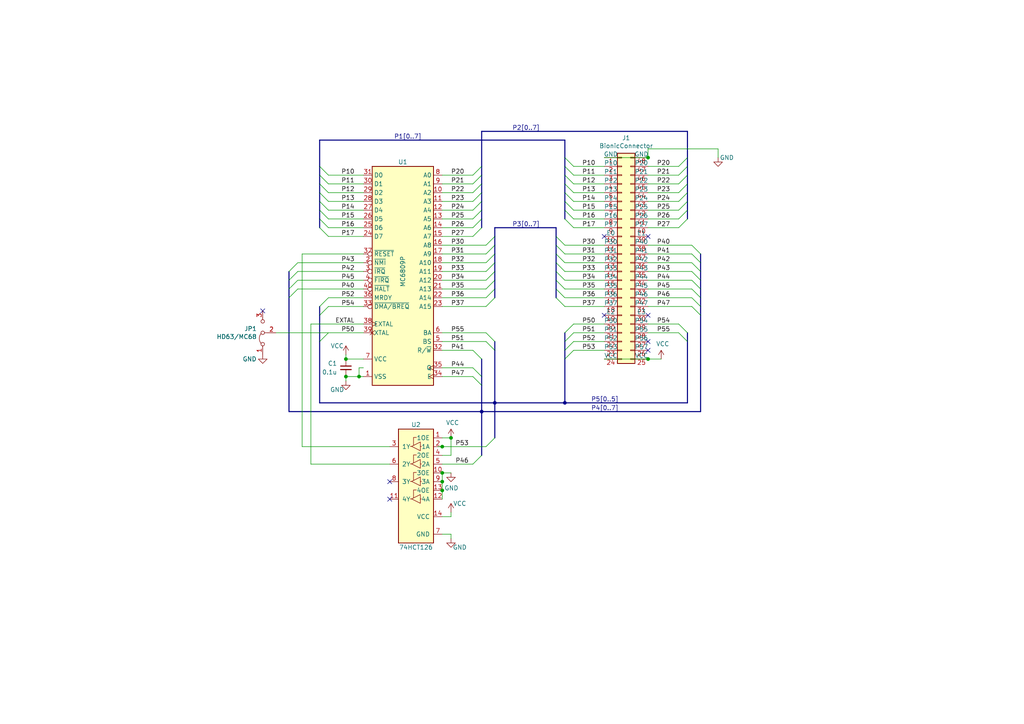
<source format=kicad_sch>
(kicad_sch (version 20211123) (generator eeschema)
  (paper "A4")
  (title_block (title "BionicMC6809 Mezzanine") (date "2022-01-18") (rev "3") (company "Tadashi G. Takaoka"))
  (lib_symbols
    (symbol "0-LocalLibrary:74HCT126" (pin_names (offset 1.016))
      (property "Reference" "U" (at 0 16.51 0))
      (property "Value" "74HCT126" (at 0 -19.05 0))
      (symbol "74HCT126_0_1"
        (polyline (pts (xy -1.2954 10.2108) (xy -1.6002 10.2108)))
        (polyline (pts (xy 1.2954 10.2362) (xy 1.651 10.2362)))
        (polyline (pts (xy 0.7112 10.5664) (xy 0.7112 12.827) (xy -0.127 12.827) (xy -0.1016 12.827)))
      )
      (symbol "74HCT126_1_0"
        (polyline (pts (xy 1.27 10.2362) (xy -1.27 11.5062) (xy -1.27 8.9662) (xy 1.27 10.2362)) (stroke (width 0.1524)))
        (pin input line (at -7.62 12.7 0) (length 2.54) (name "1OE") (number "1"))
        (pin input line (at -7.62 2.54 0) (length 2.54) (name "3OE") (number "10"))
        (pin tri_state line (at 7.62 -5.08 180) (length 2.54) (name "4Y") (number "11"))
        (pin input line (at -7.62 -5.08 0) (length 2.54) (name "4A") (number "12"))
        (pin input line (at -7.62 -2.54 0) (length 2.54) (name "4OE") (number "13"))
        (pin power_in line (at -7.62 -10.16 0) (length 2.54) (name "VCC") (number "14"))
        (pin input line (at -7.62 10.16 0) (length 2.54) (name "1A") (number "2"))
        (pin tri_state line (at 7.62 10.16 180) (length 2.54) (name "1Y") (number "3"))
        (pin input line (at -7.62 7.62 0) (length 2.54) (name "2OE") (number "4"))
        (pin input line (at -7.62 5.08 0) (length 2.54) (name "2A") (number "5"))
        (pin tri_state line (at 7.62 5.08 180) (length 2.54) (name "2Y") (number "6"))
        (pin power_in line (at -7.62 -15.24 0) (length 2.54) (name "GND") (number "7"))
        (pin tri_state line (at 7.62 0 180) (length 2.54) (name "3Y") (number "8"))
        (pin input line (at -7.62 0 0) (length 2.54) (name "3A") (number "9"))
      )
      (symbol "74HCT126_1_1"
        (rectangle (start -5.08 15.24) (end 5.08 -17.78) (stroke (width 0.254)) (fill (type background)))
        (polyline (pts (xy -1.2954 -5.0292) (xy -1.6002 -5.0292)))
        (polyline (pts (xy -1.2954 0.0508) (xy -1.6002 0.0508)))
        (polyline (pts (xy -1.2954 5.1308) (xy -1.6002 5.1308)))
        (polyline (pts (xy 1.2954 -5.0038) (xy 1.651 -5.0038)))
        (polyline (pts (xy 1.2954 0.0762) (xy 1.651 0.0762)))
        (polyline (pts (xy 1.2954 5.1562) (xy 1.651 5.1562)))
        (polyline (pts (xy 0.7112 -4.6736) (xy 0.7112 -2.413) (xy -0.127 -2.413) (xy -0.1016 -2.413)))
        (polyline (pts (xy 0.7112 0.4064) (xy 0.7112 2.667) (xy -0.127 2.667) (xy -0.1016 2.667)))
        (polyline (pts (xy 0.7112 5.4864) (xy 0.7112 7.747) (xy -0.127 7.747) (xy -0.1016 7.747)))
        (polyline (pts (xy 1.27 -5.0038) (xy -1.27 -3.7338) (xy -1.27 -6.2738) (xy 1.27 -5.0038)) (stroke (width 0.1524)))
        (polyline (pts (xy 1.27 0.0762) (xy -1.27 1.3462) (xy -1.27 -1.1938) (xy 1.27 0.0762)) (stroke (width 0.1524)))
        (polyline (pts (xy 1.27 5.1562) (xy -1.27 6.4262) (xy -1.27 3.8862) (xy 1.27 5.1562)) (stroke (width 0.1524)))
      )
    )
    (symbol "0-LocalLibrary:BionicConnector" (pin_names (offset 0))
      (property "Reference" "J" (at 1.27 30.48 0))
      (property "Value" "BionicConnector" (at 3.81 33.02 0))
      (symbol "BionicConnector_1_1"
        (rectangle (start -1.27 -30.353) (end 0 -30.607) (stroke (width 0.1524)))
        (rectangle (start -1.27 -27.813) (end 0 -28.067) (stroke (width 0.1524)))
        (rectangle (start -1.27 -25.273) (end 0 -25.527) (stroke (width 0.1524)))
        (rectangle (start -1.27 -22.733) (end 0 -22.987) (stroke (width 0.1524)))
        (rectangle (start -1.27 -20.193) (end 0 -20.447) (stroke (width 0.1524)))
        (rectangle (start -1.27 -17.653) (end 0 -17.907) (stroke (width 0.1524)))
        (rectangle (start -1.27 -15.113) (end 0 -15.367) (stroke (width 0.1524)))
        (rectangle (start -1.27 -12.573) (end 0 -12.827) (stroke (width 0.1524)))
        (rectangle (start -1.27 -10.033) (end 0 -10.287) (stroke (width 0.1524)))
        (rectangle (start -1.27 -7.493) (end 0 -7.747) (stroke (width 0.1524)))
        (rectangle (start -1.27 -4.953) (end 0 -5.207) (stroke (width 0.1524)))
        (rectangle (start -1.27 -2.413) (end 0 -2.667) (stroke (width 0.1524)))
        (rectangle (start -1.27 0.127) (end 0 -0.127) (stroke (width 0.1524)))
        (rectangle (start -1.27 2.667) (end 0 2.413) (stroke (width 0.1524)))
        (rectangle (start -1.27 5.207) (end 0 4.953) (stroke (width 0.1524)))
        (rectangle (start -1.27 7.747) (end 0 7.493) (stroke (width 0.1524)))
        (rectangle (start -1.27 10.287) (end 0 10.033) (stroke (width 0.1524)))
        (rectangle (start -1.27 12.827) (end 0 12.573) (stroke (width 0.1524)))
        (rectangle (start -1.27 15.367) (end 0 15.113) (stroke (width 0.1524)))
        (rectangle (start -1.27 17.907) (end 0 17.653) (stroke (width 0.1524)))
        (rectangle (start -1.27 20.447) (end 0 20.193) (stroke (width 0.1524)))
        (rectangle (start -1.27 22.987) (end 0 22.733) (stroke (width 0.1524)))
        (rectangle (start -1.27 25.527) (end 0 25.273) (stroke (width 0.1524)))
        (rectangle (start -1.27 28.067) (end 0 27.813) (stroke (width 0.1524)))
        (rectangle (start -1.27 29.21) (end 3.81 -31.75) (stroke (width 0.254)) (fill (type background)))
        (rectangle (start 3.81 -30.353) (end 2.54 -30.607) (stroke (width 0.1524)))
        (rectangle (start 3.81 -27.813) (end 2.54 -28.067) (stroke (width 0.1524)))
        (rectangle (start 3.81 -25.273) (end 2.54 -25.527) (stroke (width 0.1524)))
        (rectangle (start 3.81 -22.733) (end 2.54 -22.987) (stroke (width 0.1524)))
        (rectangle (start 3.81 -20.193) (end 2.54 -20.447) (stroke (width 0.1524)))
        (rectangle (start 3.81 -17.653) (end 2.54 -17.907) (stroke (width 0.1524)))
        (rectangle (start 3.81 -15.113) (end 2.54 -15.367) (stroke (width 0.1524)))
        (rectangle (start 3.81 -12.573) (end 2.54 -12.827) (stroke (width 0.1524)))
        (rectangle (start 3.81 -10.033) (end 2.54 -10.287) (stroke (width 0.1524)))
        (rectangle (start 3.81 -7.493) (end 2.54 -7.747) (stroke (width 0.1524)))
        (rectangle (start 3.81 -4.953) (end 2.54 -5.207) (stroke (width 0.1524)))
        (rectangle (start 3.81 -2.413) (end 2.54 -2.667) (stroke (width 0.1524)))
        (rectangle (start 3.81 0.127) (end 2.54 -0.127) (stroke (width 0.1524)))
        (rectangle (start 3.81 2.667) (end 2.54 2.413) (stroke (width 0.1524)))
        (rectangle (start 3.81 5.207) (end 2.54 4.953) (stroke (width 0.1524)))
        (rectangle (start 3.81 7.747) (end 2.54 7.493) (stroke (width 0.1524)))
        (rectangle (start 3.81 10.287) (end 2.54 10.033) (stroke (width 0.1524)))
        (rectangle (start 3.81 12.827) (end 2.54 12.573) (stroke (width 0.1524)))
        (rectangle (start 3.81 15.367) (end 2.54 15.113) (stroke (width 0.1524)))
        (rectangle (start 3.81 17.907) (end 2.54 17.653) (stroke (width 0.1524)))
        (rectangle (start 3.81 20.447) (end 2.54 20.193) (stroke (width 0.1524)))
        (rectangle (start 3.81 22.987) (end 2.54 22.733) (stroke (width 0.1524)))
        (rectangle (start 3.81 25.527) (end 2.54 25.273) (stroke (width 0.1524)))
        (rectangle (start 3.81 28.067) (end 2.54 27.813) (stroke (width 0.1524)))
        (pin power_out line (at -5.08 27.94 0) (length 3.81) (name "GND") (number "1"))
        (pin bidirectional line (at -5.08 5.08 0) (length 3.81) (name "E0") (number "10"))
        (pin bidirectional line (at -5.08 2.54 0) (length 3.81) (name "P30") (number "11"))
        (pin bidirectional line (at -5.08 0 0) (length 3.81) (name "P31") (number "12"))
        (pin bidirectional line (at -5.08 -2.54 0) (length 3.81) (name "P32") (number "13"))
        (pin bidirectional line (at -5.08 -5.08 0) (length 3.81) (name "P33") (number "14"))
        (pin bidirectional line (at -5.08 -7.62 0) (length 3.81) (name "P34") (number "15"))
        (pin bidirectional line (at -5.08 -10.16 0) (length 3.81) (name "P35") (number "16"))
        (pin bidirectional line (at -5.08 -12.7 0) (length 3.81) (name "P36") (number "17"))
        (pin bidirectional line (at -5.08 -15.24 0) (length 3.81) (name "P37") (number "18"))
        (pin bidirectional line (at -5.08 -17.78 0) (length 3.81) (name "E2") (number "19"))
        (pin bidirectional line (at -5.08 25.4 0) (length 3.81) (name "P10") (number "2"))
        (pin bidirectional line (at -5.08 -20.32 0) (length 3.81) (name "P50") (number "20"))
        (pin bidirectional line (at -5.08 -22.86 0) (length 3.81) (name "P51") (number "21"))
        (pin bidirectional line (at -5.08 -25.4 0) (length 3.81) (name "P52") (number "22"))
        (pin bidirectional line (at -5.08 -27.94 0) (length 3.81) (name "P53") (number "23"))
        (pin power_out line (at -5.08 -30.48 0) (length 3.81) (name "VCC") (number "24"))
        (pin power_in line (at 7.62 -30.48 180) (length 3.81) (name "VCC") (number "25"))
        (pin bidirectional line (at 7.62 -27.94 180) (length 3.81) (name "P57") (number "26"))
        (pin bidirectional line (at 7.62 -25.4 180) (length 3.81) (name "P56") (number "27"))
        (pin bidirectional line (at 7.62 -22.86 180) (length 3.81) (name "P55") (number "28"))
        (pin bidirectional line (at 7.62 -20.32 180) (length 3.81) (name "P54") (number "29"))
        (pin bidirectional line (at -5.08 22.86 0) (length 3.81) (name "P11") (number "3"))
        (pin bidirectional line (at 7.62 -17.78 180) (length 3.81) (name "E3") (number "30"))
        (pin bidirectional line (at 7.62 -15.24 180) (length 3.81) (name "P47") (number "31"))
        (pin bidirectional line (at 7.62 -12.7 180) (length 3.81) (name "P46") (number "32"))
        (pin bidirectional line (at 7.62 -10.16 180) (length 3.81) (name "P45") (number "33"))
        (pin bidirectional line (at 7.62 -7.62 180) (length 3.81) (name "P44") (number "34"))
        (pin bidirectional line (at 7.62 -5.08 180) (length 3.81) (name "P43") (number "35"))
        (pin bidirectional line (at 7.62 -2.54 180) (length 3.81) (name "P42") (number "36"))
        (pin bidirectional line (at 7.62 0 180) (length 3.81) (name "P41") (number "37"))
        (pin bidirectional line (at 7.62 2.54 180) (length 3.81) (name "P40") (number "38"))
        (pin bidirectional line (at 7.62 5.08 180) (length 3.81) (name "E1") (number "39"))
        (pin bidirectional line (at -5.08 20.32 0) (length 3.81) (name "P12") (number "4"))
        (pin bidirectional line (at 7.62 7.62 180) (length 3.81) (name "P27") (number "40"))
        (pin bidirectional line (at 7.62 10.16 180) (length 3.81) (name "P26") (number "41"))
        (pin bidirectional line (at 7.62 12.7 180) (length 3.81) (name "P25") (number "42"))
        (pin bidirectional line (at 7.62 15.24 180) (length 3.81) (name "P24") (number "43"))
        (pin bidirectional line (at 7.62 17.78 180) (length 3.81) (name "P23") (number "44"))
        (pin bidirectional line (at 7.62 20.32 180) (length 3.81) (name "P22") (number "45"))
        (pin bidirectional line (at 7.62 22.86 180) (length 3.81) (name "P21") (number "46"))
        (pin bidirectional line (at 7.62 25.4 180) (length 3.81) (name "P20") (number "47"))
        (pin power_in line (at 7.62 27.94 180) (length 3.81) (name "GND") (number "48"))
        (pin bidirectional line (at -5.08 17.78 0) (length 3.81) (name "P13") (number "5"))
        (pin bidirectional line (at -5.08 15.24 0) (length 3.81) (name "P14") (number "6"))
        (pin bidirectional line (at -5.08 12.7 0) (length 3.81) (name "P15") (number "7"))
        (pin bidirectional line (at -5.08 10.16 0) (length 3.81) (name "P16") (number "8"))
        (pin bidirectional line (at -5.08 7.62 0) (length 3.81) (name "P17") (number "9"))
      )
    )
    (symbol "0-LocalLibrary:MC6809P"
      (property "Reference" "U" (at -1.27 31.75 0))
      (property "Value" "MC6809P" (at 0 -3.81 90))
      (symbol "MC6809P_0_1"
        (rectangle (start -8.89 -33.02) (end 8.89 30.48) (stroke (width 0.254)) (fill (type background)))
      )
      (symbol "MC6809P_1_1"
        (pin power_in line (at -11.43 -30.48 0) (length 2.54) (name "VSS") (number "1"))
        (pin output line (at 11.43 22.86 180) (length 2.54) (name "A2") (number "10"))
        (pin output line (at 11.43 20.32 180) (length 2.54) (name "A3") (number "11"))
        (pin output line (at 11.43 17.78 180) (length 2.54) (name "A4") (number "12"))
        (pin output line (at 11.43 15.24 180) (length 2.54) (name "A5") (number "13"))
        (pin output line (at 11.43 12.7 180) (length 2.54) (name "A6") (number "14"))
        (pin output line (at 11.43 10.16 180) (length 2.54) (name "A7") (number "15"))
        (pin output line (at 11.43 7.62 180) (length 2.54) (name "A8") (number "16"))
        (pin output line (at 11.43 5.08 180) (length 2.54) (name "A9") (number "17"))
        (pin output line (at 11.43 2.54 180) (length 2.54) (name "A10") (number "18"))
        (pin output line (at 11.43 0 180) (length 2.54) (name "A11") (number "19"))
        (pin input inverted (at -11.43 2.54 0) (length 2.54) (name "~{NMI}") (number "2"))
        (pin output line (at 11.43 -2.54 180) (length 2.54) (name "A12") (number "20"))
        (pin output line (at 11.43 -5.08 180) (length 2.54) (name "A13") (number "21"))
        (pin output line (at 11.43 -7.62 180) (length 2.54) (name "A14") (number "22"))
        (pin output line (at 11.43 -10.16 180) (length 2.54) (name "A15") (number "23"))
        (pin bidirectional line (at -11.43 10.16 0) (length 2.54) (name "D7") (number "24"))
        (pin bidirectional line (at -11.43 12.7 0) (length 2.54) (name "D6") (number "25"))
        (pin bidirectional line (at -11.43 15.24 0) (length 2.54) (name "D5") (number "26"))
        (pin bidirectional line (at -11.43 17.78 0) (length 2.54) (name "D4") (number "27"))
        (pin bidirectional line (at -11.43 20.32 0) (length 2.54) (name "D3") (number "28"))
        (pin bidirectional line (at -11.43 22.86 0) (length 2.54) (name "D2") (number "29"))
        (pin input inverted (at -11.43 0 0) (length 2.54) (name "~{IRQ}") (number "3"))
        (pin bidirectional line (at -11.43 25.4 0) (length 2.54) (name "D1") (number "30"))
        (pin bidirectional line (at -11.43 27.94 0) (length 2.54) (name "D0") (number "31"))
        (pin output line (at 11.43 -22.86 180) (length 2.54) (name "R/~{W}") (number "32"))
        (pin input inverted (at -11.43 -10.16 0) (length 2.54) (name "~{DMA/BREQ}") (number "33"))
        (pin output clock (at 11.43 -30.48 180) (length 2.54) (name "E") (number "34"))
        (pin output clock (at 11.43 -27.94 180) (length 2.54) (name "Q") (number "35"))
        (pin input line (at -11.43 -7.62 0) (length 2.54) (name "MRDY") (number "36"))
        (pin input inverted (at -11.43 5.08 0) (length 2.54) (name "~{RESET}") (number "37"))
        (pin input clock (at -11.43 -15.24 0) (length 2.54) (name "EXTAL") (number "38"))
        (pin passive non_logic (at -11.43 -17.78 0) (length 2.54) (name "XTAL") (number "39"))
        (pin input inverted (at -11.43 -2.54 0) (length 2.54) (name "~{FIRQ}") (number "4"))
        (pin input inverted (at -11.43 -5.08 0) (length 2.54) (name "~{HALT}") (number "40"))
        (pin output line (at 11.43 -20.32 180) (length 2.54) (name "BS") (number "5"))
        (pin output line (at 11.43 -17.78 180) (length 2.54) (name "BA") (number "6"))
        (pin power_in line (at -11.43 -25.4 0) (length 2.54) (name "VCC") (number "7"))
        (pin output line (at 11.43 27.94 180) (length 2.54) (name "A0") (number "8"))
        (pin output line (at 11.43 25.4 180) (length 2.54) (name "A1") (number "9"))
      )
    )
    (symbol "Device:C_Small" (pin_numbers hide) (pin_names (offset 0.254) hide)
      (property "Reference" "C" (at 0.254 1.778 0))
      (property "Value" "C_Small" (at 0.254 -2.032 0))
      (symbol "C_Small_0_1"
        (polyline (pts (xy -1.524 -0.508) (xy 1.524 -0.508)) (stroke (width 0.3302)))
        (polyline (pts (xy -1.524 0.508) (xy 1.524 0.508)) (stroke (width 0.3048)))
      )
      (symbol "C_Small_1_1"
        (pin passive line (at 0 2.54 270) (length 2.032) (name "~") (number "1"))
        (pin passive line (at 0 -2.54 90) (length 2.032) (name "~") (number "2"))
      )
    )
    (symbol "Jumper:Jumper_3_Bridged12" (pin_names (offset 0) hide)
      (property "Reference" "JP" (at -2.54 -2.54 0))
      (property "Value" "Jumper_3_Bridged12" (at 0 2.794 0))
      (symbol "Jumper_3_Bridged12_0_0"
        (circle (center -3.302 0) (radius 0.508))
        (circle (center 0 0) (radius 0.508))
        (circle (center 3.302 0) (radius 0.508))
      )
      (symbol "Jumper_3_Bridged12_0_1"
        (arc (start -0.254 0.508) (mid -1.651 0.9912) (end -3.048 0.508))
        (polyline (pts (xy 0 -1.27) (xy 0 -0.508)))
      )
      (symbol "Jumper_3_Bridged12_1_1"
        (pin passive line (at -6.35 0 0) (length 2.54) (name "A") (number "1"))
        (pin passive line (at 0 -3.81 90) (length 2.54) (name "C") (number "2"))
        (pin passive line (at 6.35 0 180) (length 2.54) (name "B") (number "3"))
      )
    )
    (symbol "power:GND" (power) (pin_names (offset 0))
      (property "Value" "GND" (at 0 -3.81 0))
      (symbol "GND_0_1"
        (polyline (pts (xy 0 0) (xy 0 -1.27) (xy 1.27 -1.27) (xy 0 -2.54) (xy -1.27 -1.27) (xy 0 -1.27)))
      )
      (symbol "GND_1_1"
        (pin power_in line (at 0 0 270) (length 0) hide (name "GND") (number "1"))
      )
    )
    (symbol "power:VCC" (power) (pin_names (offset 0))
      (property "Value" "VCC" (at 0 3.81 0))
      (symbol "VCC_0_1"
        (polyline (pts (xy -0.762 1.27) (xy 0 2.54)))
        (polyline (pts (xy 0 0) (xy 0 2.54)))
        (polyline (pts (xy 0 2.54) (xy 0.762 1.27)))
      )
      (symbol "VCC_1_1"
        (pin power_in line (at 0 0 90) (length 0) hide (name "VCC") (number "1"))
      )
    )
  )
  (junction (at 139.7 119.38))
  (junction (at 100.33 109.22))
  (junction (at 104.14 109.22))
  (junction (at 128.27 129.54))
  (junction (at 130.81 127))
  (junction (at 143.51 116.84))
  (junction (at 163.83 116.84))
  (junction (at 187.96 45.72))
  (junction (at 100.33 104.14))
  (junction (at 128.27 142.24))
  (junction (at 187.96 104.14))
  (junction (at 128.27 137.16))
  (junction (at 128.27 139.7))
  (no_connect (at 113.03 139.7))
  (no_connect (at 187.96 68.58))
  (no_connect (at 113.03 144.78))
  (no_connect (at 187.96 91.44))
  (no_connect (at 175.26 91.44))
  (no_connect (at 175.26 68.58))
  (no_connect (at 187.96 99.06))
  (no_connect (at 76.2 90.17))
  (no_connect (at 187.96 101.6))
  (bus_entry (at 139.7 132.08) (size -2.54 2.54))
  (bus_entry (at 95.25 66.04) (size -2.54 -2.54))
  (bus_entry (at 199.39 58.42) (size -2.54 2.54))
  (bus_entry (at 166.37 58.42) (size -2.54 -2.54))
  (bus_entry (at 200.66 86.36) (size 2.54 2.54))
  (bus_entry (at 200.66 78.74) (size 2.54 2.54))
  (bus_entry (at 166.37 66.04) (size -2.54 -2.54))
  (bus_entry (at 161.29 78.74) (size 2.54 2.54))
  (bus_entry (at 86.36 76.2) (size -2.54 2.54))
  (bus_entry (at 140.97 71.12) (size 2.54 -2.54))
  (bus_entry (at 139.7 50.8) (size -2.54 2.54))
  (bus_entry (at 139.7 60.96) (size -2.54 2.54))
  (bus_entry (at 199.39 45.72) (size -2.54 2.54))
  (bus_entry (at 143.51 127) (size -2.54 2.54))
  (bus_entry (at 139.7 66.04) (size -2.54 2.54))
  (bus_entry (at 199.39 63.5) (size -2.54 2.54))
  (bus_entry (at 166.37 63.5) (size -2.54 -2.54))
  (bus_entry (at 95.25 53.34) (size -2.54 -2.54))
  (bus_entry (at 166.37 48.26) (size -2.54 -2.54))
  (bus_entry (at 166.37 50.8) (size -2.54 -2.54))
  (bus_entry (at 166.37 96.52) (size -2.54 2.54))
  (bus_entry (at 166.37 99.06) (size -2.54 2.54))
  (bus_entry (at 199.39 55.88) (size -2.54 2.54))
  (bus_entry (at 95.25 50.8) (size -2.54 -2.54))
  (bus_entry (at 200.66 73.66) (size 2.54 2.54))
  (bus_entry (at 200.66 83.82) (size 2.54 2.54))
  (bus_entry (at 199.39 60.96) (size -2.54 2.54))
  (bus_entry (at 95.25 55.88) (size -2.54 -2.54))
  (bus_entry (at 139.7 55.88) (size -2.54 2.54))
  (bus_entry (at 95.25 68.58) (size -2.54 -2.54))
  (bus_entry (at 166.37 93.98) (size -2.54 2.54))
  (bus_entry (at 163.83 71.12) (size -2.54 -2.54))
  (bus_entry (at 161.29 81.28) (size 2.54 2.54))
  (bus_entry (at 140.97 78.74) (size 2.54 -2.54))
  (bus_entry (at 161.29 76.2) (size 2.54 2.54))
  (bus_entry (at 200.66 76.2) (size 2.54 2.54))
  (bus_entry (at 196.85 96.52) (size 2.54 2.54))
  (bus_entry (at 140.97 99.06) (size 2.54 2.54))
  (bus_entry (at 200.66 81.28) (size 2.54 2.54))
  (bus_entry (at 139.7 53.34) (size -2.54 2.54))
  (bus_entry (at 139.7 58.42) (size -2.54 2.54))
  (bus_entry (at 140.97 96.52) (size 2.54 2.54))
  (bus_entry (at 166.37 53.34) (size -2.54 -2.54))
  (bus_entry (at 95.25 63.5) (size -2.54 -2.54))
  (bus_entry (at 86.36 81.28) (size -2.54 2.54))
  (bus_entry (at 199.39 50.8) (size -2.54 2.54))
  (bus_entry (at 166.37 101.6) (size -2.54 2.54))
  (bus_entry (at 166.37 60.96) (size -2.54 -2.54))
  (bus_entry (at 200.66 88.9) (size 2.54 2.54))
  (bus_entry (at 161.29 83.82) (size 2.54 2.54))
  (bus_entry (at 199.39 53.34) (size -2.54 2.54))
  (bus_entry (at 95.25 58.42) (size -2.54 -2.54))
  (bus_entry (at 200.66 71.12) (size 2.54 2.54))
  (bus_entry (at 140.97 73.66) (size 2.54 -2.54))
  (bus_entry (at 140.97 76.2) (size 2.54 -2.54))
  (bus_entry (at 95.25 86.36) (size -2.54 2.54))
  (bus_entry (at 139.7 48.26) (size -2.54 2.54))
  (bus_entry (at 161.29 86.36) (size 2.54 2.54))
  (bus_entry (at 95.25 60.96) (size -2.54 -2.54))
  (bus_entry (at 166.37 55.88) (size -2.54 -2.54))
  (bus_entry (at 161.29 71.12) (size 2.54 2.54))
  (bus_entry (at 86.36 83.82) (size -2.54 2.54))
  (bus_entry (at 199.39 48.26) (size -2.54 2.54))
  (bus_entry (at 95.25 88.9) (size -2.54 2.54))
  (bus_entry (at 140.97 83.82) (size 2.54 -2.54))
  (bus_entry (at 137.16 101.6) (size 2.54 2.54))
  (bus_entry (at 86.36 78.74) (size -2.54 2.54))
  (bus_entry (at 137.16 109.22) (size 2.54 2.54))
  (bus_entry (at 140.97 86.36) (size 2.54 -2.54))
  (bus_entry (at 140.97 88.9) (size 2.54 -2.54))
  (bus_entry (at 95.25 96.52) (size -2.54 2.54))
  (bus_entry (at 137.16 106.68) (size 2.54 2.54))
  (bus_entry (at 140.97 81.28) (size 2.54 -2.54))
  (bus_entry (at 139.7 63.5) (size -2.54 2.54))
  (bus_entry (at 196.85 93.98) (size 2.54 2.54))
  (bus_entry (at 161.29 73.66) (size 2.54 2.54))
  (bus (pts (xy 143.51 83.82) (xy 143.51 86.36)))
  (wire (pts (xy 130.81 149.86) (xy 128.27 149.86)))
  (wire (pts (xy 128.27 129.54) (xy 140.97 129.54)))
  (bus (pts (xy 163.83 58.42) (xy 163.83 60.96)))
  (wire (pts (xy 105.41 53.34) (xy 95.25 53.34)))
  (wire (pts (xy 187.96 58.42) (xy 196.85 58.42)))
  (bus (pts (xy 92.71 60.96) (xy 92.71 63.5)))
  (wire (pts (xy 87.63 129.54) (xy 87.63 73.66)))
  (wire (pts (xy 127 129.54) (xy 128.27 129.54)))
  (wire (pts (xy 128.27 50.8) (xy 137.16 50.8)))
  (bus (pts (xy 161.29 66.04) (xy 161.29 68.58)))
  (wire (pts (xy 128.27 144.78) (xy 128.27 142.24)))
  (wire (pts (xy 175.26 96.52) (xy 166.37 96.52)))
  (wire (pts (xy 130.81 127) (xy 130.81 132.08)))
  (wire (pts (xy 128.27 86.36) (xy 140.97 86.36)))
  (bus (pts (xy 139.7 104.14) (xy 139.7 109.22)))
  (bus (pts (xy 203.2 119.38) (xy 139.7 119.38)))
  (bus (pts (xy 83.82 81.28) (xy 83.82 83.82)))
  (wire (pts (xy 187.96 60.96) (xy 196.85 60.96)))
  (bus (pts (xy 163.83 40.64) (xy 163.83 45.72)))
  (wire (pts (xy 128.27 154.94) (xy 130.81 154.94)))
  (bus (pts (xy 139.7 58.42) (xy 139.7 60.96)))
  (wire (pts (xy 95.25 88.9) (xy 105.41 88.9)))
  (wire (pts (xy 113.03 129.54) (xy 87.63 129.54)))
  (wire (pts (xy 105.41 50.8) (xy 95.25 50.8)))
  (bus (pts (xy 163.83 53.34) (xy 163.83 55.88)))
  (bus (pts (xy 143.51 68.58) (xy 143.51 66.04)))
  (bus (pts (xy 199.39 96.52) (xy 199.39 99.06)))
  (bus (pts (xy 161.29 71.12) (xy 161.29 73.66)))
  (bus (pts (xy 199.39 99.06) (xy 199.39 116.84)))
  (bus (pts (xy 92.71 88.9) (xy 92.71 91.44)))
  (bus (pts (xy 203.2 76.2) (xy 203.2 78.74)))
  (wire (pts (xy 128.27 88.9) (xy 140.97 88.9)))
  (bus (pts (xy 143.51 76.2) (xy 143.51 78.74)))
  (wire (pts (xy 86.36 78.74) (xy 105.41 78.74)))
  (bus (pts (xy 139.7 48.26) (xy 139.7 50.8)))
  (wire (pts (xy 105.41 68.58) (xy 95.25 68.58)))
  (bus (pts (xy 203.2 88.9) (xy 203.2 91.44)))
  (bus (pts (xy 92.71 50.8) (xy 92.71 53.34)))
  (bus (pts (xy 139.7 38.1) (xy 139.7 48.26)))
  (wire (pts (xy 166.37 101.6) (xy 175.26 101.6)))
  (bus (pts (xy 163.83 45.72) (xy 163.83 48.26)))
  (wire (pts (xy 175.26 66.04) (xy 166.37 66.04)))
  (wire (pts (xy 128.27 134.62) (xy 137.16 134.62)))
  (wire (pts (xy 128.27 139.7) (xy 128.27 137.16)))
  (bus (pts (xy 199.39 53.34) (xy 199.39 55.88)))
  (bus (pts (xy 139.7 55.88) (xy 139.7 58.42)))
  (bus (pts (xy 139.7 50.8) (xy 139.7 53.34)))
  (bus (pts (xy 92.71 116.84) (xy 143.51 116.84)))
  (bus (pts (xy 163.83 116.84) (xy 199.39 116.84)))
  (wire (pts (xy 175.26 60.96) (xy 166.37 60.96)))
  (bus (pts (xy 92.71 99.06) (xy 92.71 116.84)))
  (bus (pts (xy 161.29 78.74) (xy 161.29 81.28)))
  (wire (pts (xy 128.27 142.24) (xy 128.27 139.7)))
  (wire (pts (xy 208.28 43.18) (xy 208.28 45.72)))
  (wire (pts (xy 80.01 96.52) (xy 95.25 96.52)))
  (wire (pts (xy 113.03 134.62) (xy 90.17 134.62)))
  (wire (pts (xy 128.27 71.12) (xy 140.97 71.12)))
  (wire (pts (xy 128.27 96.52) (xy 140.97 96.52)))
  (wire (pts (xy 175.26 76.2) (xy 163.83 76.2)))
  (wire (pts (xy 187.96 55.88) (xy 196.85 55.88)))
  (wire (pts (xy 187.96 43.18) (xy 208.28 43.18)))
  (wire (pts (xy 105.41 55.88) (xy 95.25 55.88)))
  (bus (pts (xy 143.51 116.84) (xy 163.83 116.84)))
  (bus (pts (xy 92.71 40.64) (xy 163.83 40.64)))
  (bus (pts (xy 161.29 81.28) (xy 161.29 83.82)))
  (wire (pts (xy 100.33 104.14) (xy 100.33 102.87)))
  (wire (pts (xy 100.33 110.49) (xy 100.33 109.22)))
  (wire (pts (xy 175.26 93.98) (xy 166.37 93.98)))
  (wire (pts (xy 95.25 86.36) (xy 105.41 86.36)))
  (wire (pts (xy 187.96 83.82) (xy 200.66 83.82)))
  (bus (pts (xy 92.71 91.44) (xy 92.71 99.06)))
  (wire (pts (xy 128.27 76.2) (xy 140.97 76.2)))
  (bus (pts (xy 199.39 45.72) (xy 199.39 48.26)))
  (wire (pts (xy 95.25 96.52) (xy 105.41 96.52)))
  (wire (pts (xy 187.96 81.28) (xy 200.66 81.28)))
  (bus (pts (xy 203.2 86.36) (xy 203.2 88.9)))
  (bus (pts (xy 163.83 48.26) (xy 163.83 50.8)))
  (bus (pts (xy 92.71 63.5) (xy 92.71 66.04)))
  (wire (pts (xy 175.26 83.82) (xy 163.83 83.82)))
  (wire (pts (xy 105.41 66.04) (xy 95.25 66.04)))
  (wire (pts (xy 86.36 81.28) (xy 105.41 81.28)))
  (wire (pts (xy 128.27 132.08) (xy 130.81 132.08)))
  (bus (pts (xy 163.83 99.06) (xy 163.83 101.6)))
  (wire (pts (xy 128.27 55.88) (xy 137.16 55.88)))
  (wire (pts (xy 187.96 43.18) (xy 187.96 45.72)))
  (wire (pts (xy 175.26 78.74) (xy 163.83 78.74)))
  (wire (pts (xy 128.27 68.58) (xy 137.16 68.58)))
  (bus (pts (xy 92.71 58.42) (xy 92.71 60.96)))
  (bus (pts (xy 203.2 81.28) (xy 203.2 83.82)))
  (wire (pts (xy 175.26 73.66) (xy 163.83 73.66)))
  (wire (pts (xy 187.96 71.12) (xy 200.66 71.12)))
  (wire (pts (xy 187.96 78.74) (xy 200.66 78.74)))
  (bus (pts (xy 139.7 109.22) (xy 139.7 111.76)))
  (bus (pts (xy 143.51 116.84) (xy 143.51 127)))
  (wire (pts (xy 128.27 99.06) (xy 140.97 99.06)))
  (wire (pts (xy 163.83 88.9) (xy 175.26 88.9)))
  (wire (pts (xy 187.96 63.5) (xy 196.85 63.5)))
  (wire (pts (xy 128.27 66.04) (xy 137.16 66.04)))
  (wire (pts (xy 187.96 66.04) (xy 196.85 66.04)))
  (wire (pts (xy 187.96 50.8) (xy 196.85 50.8)))
  (wire (pts (xy 87.63 73.66) (xy 105.41 73.66)))
  (wire (pts (xy 104.14 109.22) (xy 105.41 109.22)))
  (wire (pts (xy 163.83 86.36) (xy 175.26 86.36)))
  (bus (pts (xy 203.2 73.66) (xy 203.2 76.2)))
  (wire (pts (xy 175.26 63.5) (xy 166.37 63.5)))
  (bus (pts (xy 203.2 91.44) (xy 203.2 119.38)))
  (bus (pts (xy 139.7 60.96) (xy 139.7 63.5)))
  (bus (pts (xy 139.7 63.5) (xy 139.7 66.04)))
  (bus (pts (xy 83.82 83.82) (xy 83.82 86.36)))
  (bus (pts (xy 139.7 119.38) (xy 83.82 119.38)))
  (wire (pts (xy 187.96 93.98) (xy 196.85 93.98)))
  (wire (pts (xy 104.14 106.68) (xy 104.14 109.22)))
  (wire (pts (xy 128.27 73.66) (xy 140.97 73.66)))
  (wire (pts (xy 130.81 149.86) (xy 130.81 148.59)))
  (bus (pts (xy 143.51 68.58) (xy 143.51 71.12)))
  (wire (pts (xy 187.96 53.34) (xy 196.85 53.34)))
  (bus (pts (xy 163.83 96.52) (xy 163.83 99.06)))
  (bus (pts (xy 143.51 71.12) (xy 143.51 73.66)))
  (wire (pts (xy 175.26 58.42) (xy 166.37 58.42)))
  (wire (pts (xy 187.96 96.52) (xy 196.85 96.52)))
  (wire (pts (xy 175.26 48.26) (xy 166.37 48.26)))
  (wire (pts (xy 187.96 73.66) (xy 200.66 73.66)))
  (bus (pts (xy 199.39 58.42) (xy 199.39 60.96)))
  (wire (pts (xy 175.26 50.8) (xy 166.37 50.8)))
  (wire (pts (xy 105.41 106.68) (xy 104.14 106.68)))
  (wire (pts (xy 128.27 81.28) (xy 140.97 81.28)))
  (wire (pts (xy 175.26 81.28) (xy 163.83 81.28)))
  (bus (pts (xy 143.51 81.28) (xy 143.51 83.82)))
  (wire (pts (xy 128.27 53.34) (xy 137.16 53.34)))
  (bus (pts (xy 199.39 38.1) (xy 199.39 45.72)))
  (bus (pts (xy 161.29 83.82) (xy 161.29 86.36)))
  (wire (pts (xy 105.41 58.42) (xy 95.25 58.42)))
  (bus (pts (xy 161.29 68.58) (xy 161.29 71.12)))
  (bus (pts (xy 199.39 50.8) (xy 199.39 53.34)))
  (wire (pts (xy 128.27 137.16) (xy 130.81 137.16)))
  (wire (pts (xy 128.27 60.96) (xy 137.16 60.96)))
  (bus (pts (xy 139.7 119.38) (xy 139.7 132.08)))
  (bus (pts (xy 139.7 53.34) (xy 139.7 55.88)))
  (wire (pts (xy 175.26 55.88) (xy 166.37 55.88)))
  (bus (pts (xy 199.39 55.88) (xy 199.39 58.42)))
  (wire (pts (xy 128.27 101.6) (xy 137.16 101.6)))
  (bus (pts (xy 203.2 83.82) (xy 203.2 86.36)))
  (wire (pts (xy 105.41 60.96) (xy 95.25 60.96)))
  (wire (pts (xy 100.33 109.22) (xy 104.14 109.22)))
  (bus (pts (xy 92.71 53.34) (xy 92.71 55.88)))
  (bus (pts (xy 161.29 76.2) (xy 161.29 78.74)))
  (bus (pts (xy 92.71 55.88) (xy 92.71 58.42)))
  (wire (pts (xy 187.96 104.14) (xy 191.77 104.14)))
  (wire (pts (xy 128.27 83.82) (xy 140.97 83.82)))
  (bus (pts (xy 163.83 104.14) (xy 163.83 116.84)))
  (bus (pts (xy 203.2 78.74) (xy 203.2 81.28)))
  (wire (pts (xy 105.41 63.5) (xy 95.25 63.5)))
  (wire (pts (xy 175.26 71.12) (xy 163.83 71.12)))
  (wire (pts (xy 128.27 127) (xy 130.81 127)))
  (bus (pts (xy 143.51 66.04) (xy 161.29 66.04)))
  (wire (pts (xy 90.17 93.98) (xy 105.41 93.98)))
  (wire (pts (xy 175.26 104.14) (xy 187.96 104.14)))
  (bus (pts (xy 139.7 111.76) (xy 139.7 119.38)))
  (bus (pts (xy 199.39 48.26) (xy 199.39 50.8)))
  (bus (pts (xy 92.71 40.64) (xy 92.71 48.26)))
  (bus (pts (xy 163.83 60.96) (xy 163.83 63.5)))
  (wire (pts (xy 86.36 76.2) (xy 105.41 76.2)))
  (bus (pts (xy 199.39 60.96) (xy 199.39 63.5)))
  (bus (pts (xy 83.82 78.74) (xy 83.82 81.28)))
  (wire (pts (xy 175.26 45.72) (xy 187.96 45.72)))
  (wire (pts (xy 128.27 78.74) (xy 140.97 78.74)))
  (wire (pts (xy 175.26 99.06) (xy 166.37 99.06)))
  (wire (pts (xy 130.81 156.21) (xy 130.81 154.94)))
  (wire (pts (xy 187.96 88.9) (xy 200.66 88.9)))
  (wire (pts (xy 128.27 58.42) (xy 137.16 58.42)))
  (wire (pts (xy 175.26 53.34) (xy 166.37 53.34)))
  (wire (pts (xy 128.27 109.22) (xy 137.16 109.22)))
  (wire (pts (xy 86.36 83.82) (xy 105.41 83.82)))
  (wire (pts (xy 90.17 134.62) (xy 90.17 93.98)))
  (bus (pts (xy 143.51 73.66) (xy 143.51 76.2)))
  (bus (pts (xy 139.7 38.1) (xy 199.39 38.1)))
  (wire (pts (xy 187.96 86.36) (xy 200.66 86.36)))
  (bus (pts (xy 163.83 101.6) (xy 163.83 104.14)))
  (wire (pts (xy 100.33 104.14) (xy 105.41 104.14)))
  (bus (pts (xy 143.51 101.6) (xy 143.51 116.84)))
  (bus (pts (xy 143.51 78.74) (xy 143.51 81.28)))
  (bus (pts (xy 163.83 50.8) (xy 163.83 53.34)))
  (wire (pts (xy 187.96 48.26) (xy 196.85 48.26)))
  (bus (pts (xy 83.82 119.38) (xy 83.82 86.36)))
  (bus (pts (xy 161.29 73.66) (xy 161.29 76.2)))
  (wire (pts (xy 128.27 63.5) (xy 137.16 63.5)))
  (bus (pts (xy 163.83 55.88) (xy 163.83 58.42)))
  (wire (pts (xy 137.16 106.68) (xy 128.27 106.68)))
  (bus (pts (xy 92.71 48.26) (xy 92.71 50.8)))
  (bus (pts (xy 143.51 99.06) (xy 143.51 101.6)))
  (wire (pts (xy 187.96 76.2) (xy 200.66 76.2)))
  (label "P45" (at 102.87 81.28 180))
  (label "P10" (at 102.87 50.8 180))
  (label "P50" (at 102.87 96.52 180))
  (label "P11" (at 102.87 53.34 180))
  (label "P46" (at 132.08 134.62 0))
  (label "P43" (at 102.87 76.2 180))
  (label "P53" (at 132.08 129.54 0))
  (label "P20" (at 130.81 50.8 0))
  (label "P40" (at 190.5 71.12 0))
  (label "P35" (at 130.81 83.82 0))
  (label "P27" (at 190.5 66.04 0))
  (label "P41" (at 130.81 101.6 0))
  (label "P20" (at 190.5 48.26 0))
  (label "P31" (at 172.72 73.66 180))
  (label "P37" (at 172.72 88.9 180))
  (label "P3[0..7]" (at 148.59 66.04 0))
  (label "P14" (at 172.72 58.42 180))
  (label "P25" (at 190.5 60.96 0))
  (label "P33" (at 172.72 78.74 180))
  (label "P21" (at 130.81 53.34 0))
  (label "P15" (at 172.72 60.96 180))
  (label "P36" (at 172.72 86.36 180))
  (label "P52" (at 172.72 99.06 180))
  (label "P51" (at 130.81 99.06 0))
  (label "P21" (at 190.5 50.8 0))
  (label "P17" (at 172.72 66.04 180))
  (label "P36" (at 130.81 86.36 0))
  (label "P52" (at 102.87 86.36 180))
  (label "P12" (at 102.87 55.88 180))
  (label "P50" (at 172.72 93.98 180))
  (label "P16" (at 172.72 63.5 180))
  (label "P51" (at 172.72 96.52 180))
  (label "P22" (at 190.5 53.34 0))
  (label "P47" (at 190.5 88.9 0))
  (label "P40" (at 102.87 83.82 180))
  (label "P4[0..7]" (at 171.45 119.38 0))
  (label "P10" (at 172.72 48.26 180))
  (label "P23" (at 190.5 55.88 0))
  (label "P23" (at 130.81 58.42 0))
  (label "P42" (at 102.87 78.74 180))
  (label "P44" (at 190.5 81.28 0))
  (label "EXTAL" (at 102.87 93.98 180))
  (label "P54" (at 102.87 88.9 180))
  (label "P13" (at 172.72 55.88 180))
  (label "P47" (at 130.81 109.22 0))
  (label "P12" (at 172.72 53.34 180))
  (label "P44" (at 130.81 106.68 0))
  (label "P54" (at 190.5 93.98 0))
  (label "P26" (at 190.5 63.5 0))
  (label "P31" (at 130.81 73.66 0))
  (label "P42" (at 190.5 76.2 0))
  (label "P11" (at 172.72 50.8 180))
  (label "P17" (at 102.87 68.58 180))
  (label "P37" (at 130.81 88.9 0))
  (label "P33" (at 130.81 78.74 0))
  (label "P30" (at 172.72 71.12 180))
  (label "P5[0..5]" (at 171.45 116.84 0))
  (label "P35" (at 172.72 83.82 180))
  (label "P53" (at 172.72 101.6 180))
  (label "P55" (at 130.81 96.52 0))
  (label "P1[0..7]" (at 114.3 40.64 0))
  (label "P22" (at 130.81 55.88 0))
  (label "P16" (at 102.87 66.04 180))
  (label "P14" (at 102.87 60.96 180))
  (label "P25" (at 130.81 63.5 0))
  (label "P43" (at 190.5 78.74 0))
  (label "P2[0..7]" (at 148.59 38.1 0))
  (label "P32" (at 130.81 76.2 0))
  (label "P46" (at 190.5 86.36 0))
  (label "P34" (at 172.72 81.28 180))
  (label "P27" (at 130.81 68.58 0))
  (label "P26" (at 130.81 66.04 0))
  (label "P30" (at 130.81 71.12 0))
  (label "P24" (at 190.5 58.42 0))
  (label "P24" (at 130.81 60.96 0))
  (label "P34" (at 130.81 81.28 0))
  (label "P32" (at 172.72 76.2 180))
  (label "P45" (at 190.5 83.82 0))
  (label "P13" (at 102.87 58.42 180))
  (label "P15" (at 102.87 63.5 180))
  (label "P41" (at 190.5 73.66 0))
  (label "P55" (at 190.5 96.52 0))
  (symbol (lib_id "power:VCC") (at 100.33 102.87 0) (mirror y) (unit 1)
    (property "Reference" "#PWR03" (effects hide))
    (property "Value" "VCC" (at 97.79 100.33 0))
  )
  (symbol (lib_id "power:GND") (at 100.33 110.49 0) (mirror y) (unit 1)
    (property "Reference" "#PWR04" (effects hide))
    (property "Value" "GND" (at 97.79 113.03 0))
  )
  (symbol (lib_id "Device:C_Small") (at 100.33 106.68 0) (mirror y) (unit 1)
    (property "Reference" "C1" (at 97.79 105.41 0) (effects (justify left)))
    (property "Value" "0.1u" (at 97.79 107.95 0) (effects (justify left)))
    (property "Footprint" "Capacitor_THT:C_Disc_D3.4mm_W2.1mm_P2.50mm" (effects hide))
  )
  (symbol (lib_id "0-LocalLibrary:74HCT126") (at 120.65 139.7 0) (mirror y) (unit 1)
    (property "Reference" "U2" (at 120.65 123.19 0))
    (property "Value" "74HCT126" (at 120.65 158.75 0))
    (property "Footprint" "Package_DIP:DIP-14_W7.62mm" (effects hide))
    (property "Datasheet" "https://www.ti.com/lit/ds/symlink/cd74hct126.pdf" (effects hide))
  )
  (symbol (lib_id "power:VCC") (at 130.81 148.59 0) (unit 1)
    (property "Reference" "#PWR07" (effects hide))
    (property "Value" "VCC" (at 133.35 146.05 0))
  )
  (symbol (lib_id "power:GND") (at 130.81 156.21 0) (unit 1)
    (property "Reference" "#PWR08" (effects hide))
    (property "Value" "GND" (at 133.35 158.75 0))
  )
  (symbol (lib_id "power:VCC") (at 130.81 127 0) (unit 1)
    (property "Reference" "#PWR02" (effects hide))
    (property "Value" "VCC" (at 131.2418 122.6058 0))
  )
  (symbol (lib_id "power:GND") (at 130.81 137.16 0) (unit 1)
    (property "Reference" "#PWR06" (effects hide))
    (property "Value" "GND" (at 130.937 141.5542 0))
  )
  (symbol (lib_id "power:GND") (at 208.28 45.72 0) (unit 1)
    (property "Reference" "#PWR0101" (effects hide))
    (property "Value" "GND" (at 210.82 45.72 0))
  )
  (symbol (lib_id "power:VCC") (at 191.77 104.14 0) (unit 1)
    (property "Reference" "#PWR0102" (effects hide))
    (property "Value" "VCC" (at 192.2018 99.7458 0))
  )
  (symbol (lib_id "Jumper:Jumper_3_Bridged12") (at 76.2 96.52 90) (unit 1)
    (property "Reference" "JP1" (at 74.4982 95.3516 90) (effects (justify left)))
    (property "Value" "HD63/MC68" (at 74.4982 97.663 90) (effects (justify left)))
    (property "Footprint" "Connector_PinHeader_2.54mm:PinHeader_1x03_P2.54mm_Vertical" (effects hide))
  )
  (symbol (lib_id "power:GND") (at 76.2 102.87 0) (unit 1)
    (property "Reference" "#PWR0103" (effects hide))
    (property "Value" "GND" (at 72.39 104.14 0))
  )
  (symbol (lib_id "0-LocalLibrary:MC6809P") (at 116.84 78.74 0) (unit 1)
    (property "Reference" "U1" (at 116.84 46.99 0))
    (property "Value" "MC6809P" (at 116.84 78.74 90))
    (property "Footprint" "Package_DIP:DIP-40_W15.24mm" (effects hide))
    (property "Datasheet" "https://pdf1.alldatasheet.jp/datasheet-pdf/view/4143/MOTOROLA/MC6809.html" (effects hide))
  )
  (symbol (lib_id "0-LocalLibrary:BionicConnector") (at 180.34 73.66 0) (unit 1)
    (property "Reference" "J1" (at 181.61 40.005 0))
    (property "Value" "BionicConnector" (at 181.61 42.3164 0))
    (property "Footprint" "0-LocalLibrary:DIP-48_W7.62mm" (effects hide))
    (property "Datasheet" "https://www.arieselec.com/wp-content/uploads/2020/02/10001-universal-dip-zif-test-socket.pdf" (effects hide))
  )
)
</source>
